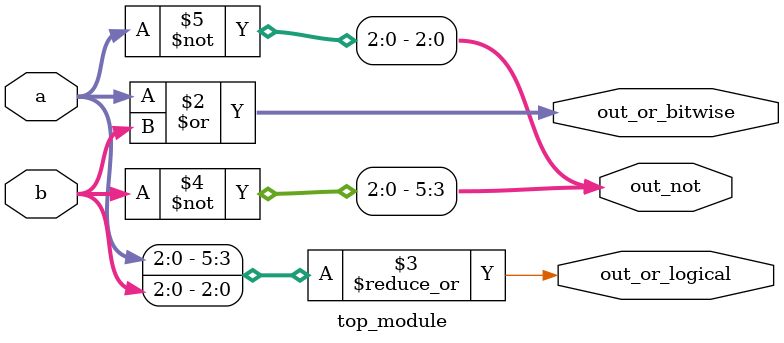
<source format=v>
module top_module( 
    input [2:0] a,
    input [2:0] b,
    output [2:0] out_or_bitwise,
    output out_or_logical,
    output [5:0] out_not
);

    always @(a, b) begin
        out_or_bitwise = a|b;
        out_or_logical = |{a,b};
        out_not[5:3] = ~b;
        out_not[2:0] = ~a;
    end
endmodule

</source>
